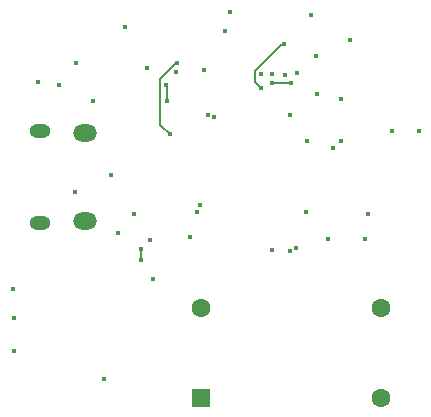
<source format=gbr>
%TF.GenerationSoftware,KiCad,Pcbnew,(6.0.0)*%
%TF.CreationDate,2022-03-30T15:51:48+02:00*%
%TF.ProjectId,USBMIc,5553424d-4963-42e6-9b69-6361645f7063,rev?*%
%TF.SameCoordinates,Original*%
%TF.FileFunction,Copper,L4,Bot*%
%TF.FilePolarity,Positive*%
%FSLAX46Y46*%
G04 Gerber Fmt 4.6, Leading zero omitted, Abs format (unit mm)*
G04 Created by KiCad (PCBNEW (6.0.0)) date 2022-03-30 15:51:48*
%MOMM*%
%LPD*%
G01*
G04 APERTURE LIST*
%TA.AperFunction,ComponentPad*%
%ADD10R,1.600000X1.600000*%
%TD*%
%TA.AperFunction,ComponentPad*%
%ADD11C,1.600000*%
%TD*%
%TA.AperFunction,ComponentPad*%
%ADD12O,2.000000X1.450000*%
%TD*%
%TA.AperFunction,ComponentPad*%
%ADD13O,1.800000X1.150000*%
%TD*%
%TA.AperFunction,ViaPad*%
%ADD14C,0.400000*%
%TD*%
%TA.AperFunction,Conductor*%
%ADD15C,0.200000*%
%TD*%
G04 APERTURE END LIST*
D10*
%TO.P,X1,1,NC*%
%TO.N,unconnected-(X1-Pad1)*%
X83180000Y-92210000D03*
D11*
%TO.P,X1,14,Vcc*%
%TO.N,+3V3*%
X83180000Y-84590000D03*
%TO.P,X1,8,OUT*%
%TO.N,Net-(U3-Pad5)*%
X98420000Y-84590000D03*
%TO.P,X1,7,GND*%
%TO.N,GND*%
X98420000Y-92210000D03*
%TD*%
D12*
%TO.P,J1,6,Shield*%
%TO.N,GND*%
X73300000Y-69800000D03*
X73300000Y-77250000D03*
D13*
X69500000Y-69650000D03*
X69500000Y-77400000D03*
%TD*%
D14*
%TO.N,GND*%
X75500000Y-73400000D03*
%TO.N,CK*%
X89175020Y-65600000D03*
X90800000Y-65600000D03*
%TO.N,SD*%
X90200000Y-62300000D03*
X88200000Y-66000000D03*
%TO.N,RST*%
X78100000Y-79600000D03*
X78100000Y-80600000D03*
%TO.N,GND*%
X79100000Y-82200000D03*
%TO.N,Net-(R5-Pad1)*%
X81095980Y-63896203D03*
X80500000Y-69900000D03*
%TO.N,Net-(R6-Pad1)*%
X80200000Y-65700000D03*
X80300000Y-67100000D03*
%TO.N,GND*%
X78800000Y-78900000D03*
X72500000Y-74800000D03*
X76100000Y-78300000D03*
X77500000Y-76700000D03*
X74900000Y-90600000D03*
X67300000Y-88300000D03*
X67300000Y-85500000D03*
%TO.N,+3V3*%
X67200000Y-83000000D03*
%TO.N,GND*%
X83022650Y-75943376D03*
%TO.N,+3V3*%
X82200000Y-78600000D03*
X82800000Y-76500000D03*
%TO.N,GND*%
X90685931Y-79808441D03*
X89200000Y-79700000D03*
%TO.N,+3V3*%
X91200000Y-79500000D03*
X93900000Y-78800000D03*
%TO.N,GND*%
X97000000Y-78800000D03*
X97300000Y-76700000D03*
%TO.N,+3V3*%
X92000000Y-76500000D03*
%TO.N,GND*%
X94300000Y-71100000D03*
X90700000Y-68300000D03*
X95000000Y-66900000D03*
%TO.N,+3V3*%
X92100000Y-70500000D03*
X95000000Y-70500000D03*
X93000000Y-66500000D03*
%TO.N,GND*%
X92900000Y-63300000D03*
X95800000Y-61900000D03*
X101600000Y-69600000D03*
X99300000Y-69600000D03*
%TO.N,+3V3*%
X76700000Y-60800000D03*
%TO.N,GND*%
X84287718Y-68418281D03*
%TO.N,+3V3*%
X83700000Y-68300000D03*
X90220000Y-64880000D03*
X89175020Y-64800000D03*
%TO.N,GND*%
X91300000Y-64700000D03*
X88200000Y-64800000D03*
X92500000Y-59800000D03*
X85600000Y-59600000D03*
X85200000Y-61200000D03*
X83400000Y-64500000D03*
X81000000Y-64600000D03*
X78600000Y-64300000D03*
X74000000Y-67100000D03*
X69319809Y-65480191D03*
X71100000Y-65700000D03*
X72600000Y-63900000D03*
%TD*%
D15*
%TO.N,CK*%
X90800000Y-65600000D02*
X89175020Y-65600000D01*
%TO.N,SD*%
X87700489Y-64593095D02*
X87700489Y-65500489D01*
X89993584Y-62300000D02*
X87700489Y-64593095D01*
X90200000Y-62300000D02*
X89993584Y-62300000D01*
X87700489Y-65500489D02*
X88200000Y-66000000D01*
%TO.N,RST*%
X78100000Y-79600000D02*
X78100000Y-80600000D01*
%TO.N,Net-(R5-Pad1)*%
X79700489Y-65193095D02*
X80997381Y-63896203D01*
X79700489Y-69100489D02*
X79700489Y-65193095D01*
X80997381Y-63896203D02*
X81095980Y-63896203D01*
X80500000Y-69900000D02*
X79700489Y-69100489D01*
%TO.N,Net-(R6-Pad1)*%
X80300000Y-65800000D02*
X80200000Y-65700000D01*
X80300000Y-67100000D02*
X80300000Y-65800000D01*
%TD*%
M02*

</source>
